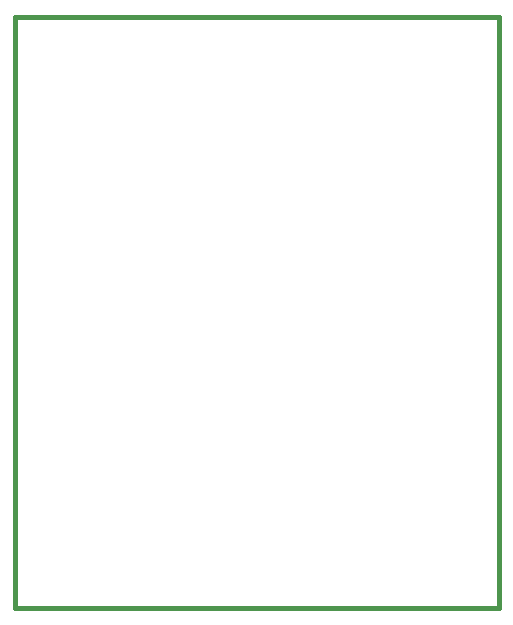
<source format=gbp>
G75*
%MOIN*%
%OFA0B0*%
%FSLAX24Y24*%
%IPPOS*%
%LPD*%
%AMOC8*
5,1,8,0,0,1.08239X$1,22.5*
%
%ADD10C,0.0160*%
D10*
X000208Y000180D02*
X016349Y000180D01*
X016349Y019865D01*
X000208Y019865D01*
X000208Y000180D01*
M02*

</source>
